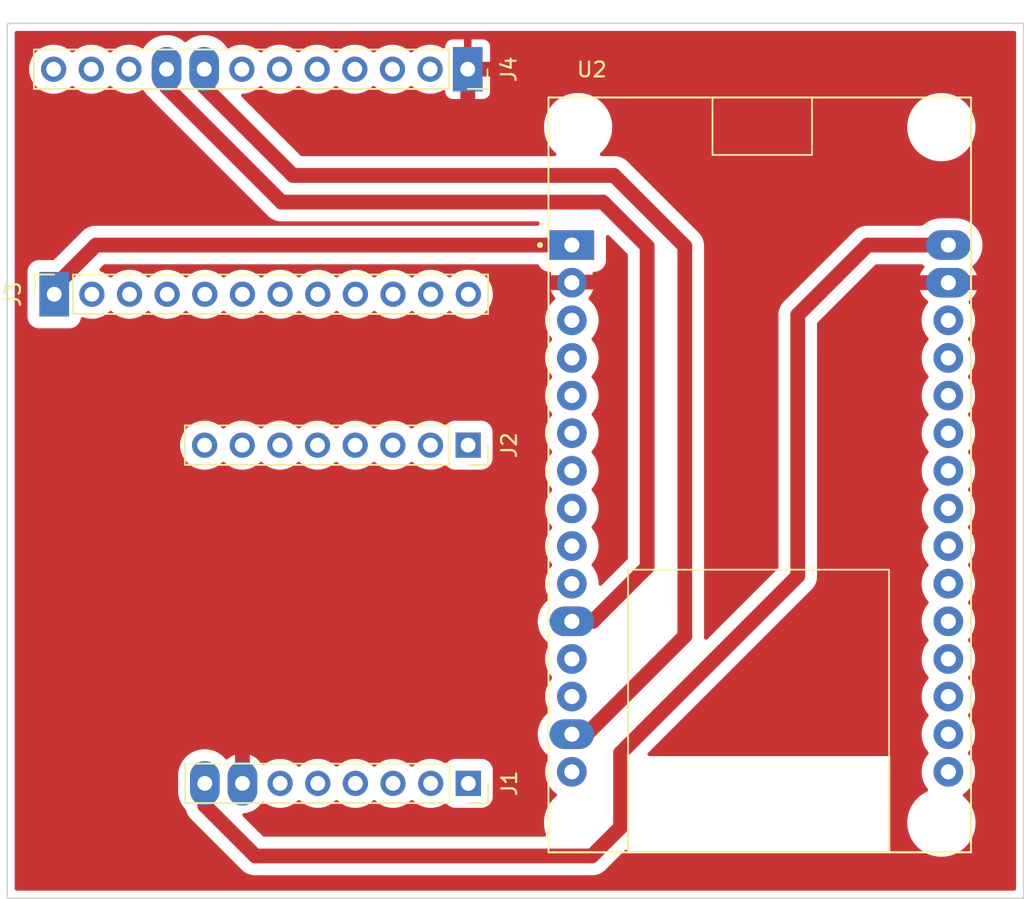
<source format=kicad_pcb>
(kicad_pcb (version 20211014) (generator pcbnew)
  (layers (0 "F.Cu" signal) (31 "B.Cu" signal) (34 "B.Paste" user) (35 "F.Paste" user) (36 "B.SilkS" user "B.Silkscreen") (37 "F.SilkS" user "F.Silkscreen") (38 "B.Mask" user) (39 "F.Mask" user) (44 "Edge.Cuts" user))
  (net 0 "")
  (net 1 "3.3V")
  (net 2 "SDA")
  (net 3 "SCL")
  (net 4 "GND")
  (net 21 "Vin")
  (footprint "ESP32-DEVKIT-V1:MODULE_ESP32_DEVKIT_V1" (layer "F.Cu") (at 93.98 57.280787)
    (fp_text reference "U2" (at -11.355 -27.36) (layer "F.SilkS"))
    (fp_text value "ESP32-DEVKIT-V1")
    (fp_line (start 8.78 25.475) (end 14.23 25.475) (layer "F.SilkS") (width 0.127))
    (fp_line (start -3.211 -25.475) (end 3.5 -25.475) (layer "F.SilkS") (width 0.127))
    (fp_line (start -8.91 25.475) (end 8.78 25.475) (layer "F.SilkS") (width 0.127))
    (fp_line (start -14.28 -25.475) (end 14.23 -25.475) (layer "F.SilkS") (width 0.127))
    (fp_line (start -14.28 -25.475) (end -3.211 -25.475) (layer "F.SilkS") (width 0.127))
    (fp_line (start -14.28 25.475) (end -8.91 25.475) (layer "F.SilkS") (width 0.127))
    (fp_line (start -14.28 25.475) (end -14.28 -25.475) (layer "F.SilkS") (width 0.127))
    (fp_line (start 3.5 -25.475) (end 14.23 -25.475) (layer "F.SilkS") (width 0.127))
    (fp_line (start -14.28 25.475) (end -14.28 -25.475) (layer "F.SilkS") (width 0.127))
    (fp_line (start 14.23 -25.475) (end 14.23 25.475) (layer "F.SilkS") (width 0.127))
    (fp_line (start 14.23 -25.475) (end 14.23 25.475) (layer "F.SilkS") (width 0.127))
    (fp_line (start 14.23 25.475) (end -14.28 25.475) (layer "F.SilkS") (width 0.127))
    (fp_rect (start -8.91 25.475) (end 8.7 6.4) (layer "F.SilkS") (width 0.12) (fill none))
    (fp_rect (start -3.211 -25.475) (end 3.5 -21.6) (layer "F.SilkS") (width 0.12) (fill none))
    (fp_circle (center -14.85 -15.515) (end -14.75 -15.515) (layer "F.SilkS") (width 0.2) (fill none))
    (pad "" np_thru_hole circle (at 12.23 -23.475) (size 3 3) (drill 3) (layers *.Cu *.Mask))
    (pad "" np_thru_hole circle (at 12.23 23.475) (size 3 3) (drill 3) (layers *.Cu *.Mask))
    (pad "" np_thru_hole circle (at -12.28 23.475) (size 3 3) (drill 3) (layers *.Cu *.Mask))
    (pad "" np_thru_hole circle (at -12.28 -23.475) (size 3 3) (drill 3) (layers *.Cu *.Mask))
    (pad "1" thru_hole rect (at -12.7 -15.515) (size 3 2) (drill 1.02) (layers *.Cu *.Mask) (net 1 "3.3V"))
    (pad "2" thru_hole circle (at -12.7 -12.975) (size 2 2) (drill 1.02) (layers *.Cu *.Mask) (net 4 "GND"))
    (pad "3" thru_hole circle (at -12.7 -10.435) (size 2 2) (drill 1.02) (layers *.Cu *.Mask))
    (pad "4" thru_hole circle (at -12.7 -7.895) (size 2 2) (drill 1.02) (layers *.Cu *.Mask))
    (pad "5" thru_hole circle (at -12.7 -5.355) (size 2 2) (drill 1.02) (layers *.Cu *.Mask))
    (pad "6" thru_hole circle (at -12.7 -2.815) (size 2 2) (drill 1.02) (layers *.Cu *.Mask))
    (pad "7" thru_hole circle (at -12.7 -0.275) (size 2 2) (drill 1.02) (layers *.Cu *.Mask))
    (pad "8" thru_hole circle (at -12.7 2.265) (size 2 2) (drill 1.02) (layers *.Cu *.Mask))
    (pad "9" thru_hole circle (at -12.7 4.805) (size 2 2) (drill 1.02) (layers *.Cu *.Mask))
    (pad "10" thru_hole circle (at -12.7 7.345) (size 2 2) (drill 1.02) (layers *.Cu *.Mask))
    (pad "11" thru_hole oval (at -12.7 9.885) (size 3 2) (drill 1.02) (layers *.Cu *.Mask) (net 2 "SDA"))
    (pad "12" thru_hole circle (at -12.7 12.425) (size 2 2) (drill 1.02) (layers *.Cu *.Mask))
    (pad "13" thru_hole circle (at -12.7 14.965) (size 2 2) (drill 1.02) (layers *.Cu *.Mask))
    (pad "14" thru_hole oval (at -12.7 17.505) (size 3 2) (drill 1.02) (layers *.Cu *.Mask) (net 3 "SCL"))
    (pad "15" thru_hole circle (at -12.7 20.045) (size 2 2) (drill 1.02) (layers *.Cu *.Mask))
    (pad "16" thru_hole circle (at 12.7 20.045) (size 2 2) (drill 1.02) (layers *.Cu *.Mask))
    (pad "17" thru_hole circle (at 12.7 17.505) (size 2 2) (drill 1.02) (layers *.Cu *.Mask))
    (pad "18" thru_hole circle (at 12.7 14.965) (size 2 2) (drill 1.02) (layers *.Cu *.Mask))
    (pad "19" thru_hole circle (at 12.7 12.425) (size 2 2) (drill 1.02) (layers *.Cu *.Mask))
    (pad "20" thru_hole circle (at 12.7 9.885) (size 2 2) (drill 1.02) (layers *.Cu *.Mask))
    (pad "21" thru_hole circle (at 12.7 7.345) (size 2 2) (drill 1.02) (layers *.Cu *.Mask))
    (pad "22" thru_hole circle (at 12.7 4.805) (size 2 2) (drill 1.02) (layers *.Cu *.Mask))
    (pad "23" thru_hole circle (at 12.7 2.265) (size 2 2) (drill 1.02) (layers *.Cu *.Mask))
    (pad "24" thru_hole circle (at 12.7 -0.275) (size 2 2) (drill 1.02) (layers *.Cu *.Mask))
    (pad "25" thru_hole circle (at 12.7 -2.815) (size 2 2) (drill 1.02) (layers *.Cu *.Mask))
    (pad "26" thru_hole circle (at 12.7 -5.355) (size 2 2) (drill 1.02) (layers *.Cu *.Mask))
    (pad "27" thru_hole circle (at 12.7 -7.895) (size 2 2) (drill 1.02) (layers *.Cu *.Mask))
    (pad "28" thru_hole circle (at 12.7 -10.435) (size 2 2) (drill 1.02) (layers *.Cu *.Mask))
    (pad "29" thru_hole oval (at 12.7 -12.975) (size 3 2) (drill 1.02) (layers *.Cu *.Mask) (net 4 "GND"))
    (pad "30" thru_hole oval (at 12.7 -15.515) (size 3 2) (drill 1.02) (layers *.Cu *.Mask) (net 21 "Vin"))
    (zone (net 0) (net_name "") (layer "F.Cu") (connect_pads (clearance 0)) (min_thickness 0.01)
      (keepout (tracks not_allowed) (vias not_allowed) (pads not_allowed) (copperpour not_allowed) (footprints allowed))
      (fill (thermal_gap 0.508) (thermal_bridge_width 0.508))
      (polygon (pts (xy 85.07 76.265787) (xy 102.76 76.265787) (xy 102.76 82.755787) (xy 85.07 82.755787)))
    )
  )
  (footprint "Connector_PinSocket_2.54mm:PinSocket_1x12_P2.54mm_Vertical" (layer "F.Cu") (at 74.255 29.895 -90)
    (fp_text reference "J4" (at 0 -2.77 90) (layer "F.SilkS"))
    (fp_text value "Conn_01x12")
    (fp_line (start 1.33 -1.33) (end 1.33 0) (layer "F.SilkS") (width 0.12))
    (fp_line (start 0 -1.33) (end 1.33 -1.33) (layer "F.SilkS") (width 0.12))
    (fp_line (start -1.33 1.27) (end -1.33 29.27) (layer "F.SilkS") (width 0.12))
    (fp_line (start -1.33 29.27) (end 1.33 29.27) (layer "F.SilkS") (width 0.12))
    (fp_line (start -1.33 1.27) (end 1.33 1.27) (layer "F.SilkS") (width 0.12))
    (fp_line (start 1.33 1.27) (end 1.33 29.27) (layer "F.SilkS") (width 0.12))
    (pad "1" thru_hole rect (at 0 0 270) (size 3 2) (drill 1) (layers *.Cu *.Mask) (net 4 "GND"))
    (pad "2" thru_hole oval (at 0 2.54 270) (size 1.7 1.7) (drill 1) (layers *.Cu *.Mask))
    (pad "3" thru_hole oval (at 0 5.08 270) (size 1.7 1.7) (drill 1) (layers *.Cu *.Mask))
    (pad "4" thru_hole oval (at 0 7.62 270) (size 1.7 1.7) (drill 1) (layers *.Cu *.Mask))
    (pad "5" thru_hole oval (at 0 10.16 270) (size 1.7 1.7) (drill 1) (layers *.Cu *.Mask))
    (pad "6" thru_hole oval (at 0 12.7 270) (size 1.7 1.7) (drill 1) (layers *.Cu *.Mask))
    (pad "7" thru_hole oval (at 0 15.24 270) (size 1.7 1.7) (drill 1) (layers *.Cu *.Mask))
    (pad "8" thru_hole oval (at 0 17.78 270) (size 3 2) (drill 1) (layers *.Cu *.Mask) (net 3 "SCL"))
    (pad "9" thru_hole oval (at 0 20.32 270) (size 3 2) (drill 1) (layers *.Cu *.Mask) (net 2 "SDA"))
    (pad "10" thru_hole oval (at 0 22.86 270) (size 1.7 1.7) (drill 1) (layers *.Cu *.Mask))
    (pad "11" thru_hole oval (at 0 25.4 270) (size 1.7 1.7) (drill 1) (layers *.Cu *.Mask))
    (pad "12" thru_hole oval (at 0 27.94 270) (size 1.7 1.7) (drill 1) (layers *.Cu *.Mask))
  )
  (footprint "Connector_PinSocket_2.54mm:PinSocket_1x08_P2.54mm_Vertical" (layer "F.Cu") (at 74.28 55.273787 -90)
    (fp_text reference "J2" (at 0 -2.77 90) (layer "F.SilkS"))
    (fp_text value "Conn_01x08")
    (fp_line (start 0 -1.33) (end 1.33 -1.33) (layer "F.SilkS") (width 0.12))
    (fp_line (start 1.33 -1.33) (end 1.33 0) (layer "F.SilkS") (width 0.12))
    (fp_line (start 1.33 1.27) (end 1.33 19.11) (layer "F.SilkS") (width 0.12))
    (fp_line (start -1.33 1.27) (end -1.33 19.11) (layer "F.SilkS") (width 0.12))
    (fp_line (start -1.33 1.27) (end 1.33 1.27) (layer "F.SilkS") (width 0.12))
    (fp_line (start -1.33 19.11) (end 1.33 19.11) (layer "F.SilkS") (width 0.12))
    (pad "1" thru_hole rect (at 0 0 270) (size 1.7 1.7) (drill 1) (layers *.Cu *.Mask))
    (pad "2" thru_hole oval (at 0 2.54 270) (size 1.7 1.7) (drill 1) (layers *.Cu *.Mask))
    (pad "3" thru_hole oval (at 0 5.08 270) (size 1.7 1.7) (drill 1) (layers *.Cu *.Mask))
    (pad "4" thru_hole oval (at 0 7.62 270) (size 1.7 1.7) (drill 1) (layers *.Cu *.Mask))
    (pad "5" thru_hole oval (at 0 10.16 270) (size 1.7 1.7) (drill 1) (layers *.Cu *.Mask))
    (pad "6" thru_hole oval (at 0 12.7 270) (size 1.7 1.7) (drill 1) (layers *.Cu *.Mask))
    (pad "7" thru_hole oval (at 0 15.24 270) (size 1.7 1.7) (drill 1) (layers *.Cu *.Mask))
    (pad "8" thru_hole oval (at 0 17.78 270) (size 1.7 1.7) (drill 1) (layers *.Cu *.Mask))
  )
  (footprint "Connector_PinSocket_2.54mm:PinSocket_1x12_P2.54mm_Vertical" (layer "F.Cu") (at 46.355 45.085 90)
    (fp_text reference "J3" (at 0 -2.77 90) (layer "F.SilkS"))
    (fp_text value "Conn_01x12")
    (fp_line (start -1.33 1.27) (end 1.33 1.27) (layer "F.SilkS") (width 0.12))
    (fp_line (start 1.33 1.27) (end 1.33 29.27) (layer "F.SilkS") (width 0.12))
    (fp_line (start 1.33 -1.33) (end 1.33 0) (layer "F.SilkS") (width 0.12))
    (fp_line (start -1.33 1.27) (end -1.33 29.27) (layer "F.SilkS") (width 0.12))
    (fp_line (start -1.33 29.27) (end 1.33 29.27) (layer "F.SilkS") (width 0.12))
    (fp_line (start 0 -1.33) (end 1.33 -1.33) (layer "F.SilkS") (width 0.12))
    (pad "1" thru_hole rect (at 0 0 90) (size 3 2) (drill 1) (layers *.Cu *.Mask) (net 1 "3.3V"))
    (pad "2" thru_hole oval (at 0 2.54 90) (size 1.7 1.7) (drill 1) (layers *.Cu *.Mask))
    (pad "3" thru_hole oval (at 0 5.08 90) (size 1.7 1.7) (drill 1) (layers *.Cu *.Mask))
    (pad "4" thru_hole oval (at 0 7.62 90) (size 1.7 1.7) (drill 1) (layers *.Cu *.Mask))
    (pad "5" thru_hole oval (at 0 10.16 90) (size 1.7 1.7) (drill 1) (layers *.Cu *.Mask))
    (pad "6" thru_hole oval (at 0 12.7 90) (size 1.7 1.7) (drill 1) (layers *.Cu *.Mask))
    (pad "7" thru_hole oval (at 0 15.24 90) (size 1.7 1.7) (drill 1) (layers *.Cu *.Mask))
    (pad "8" thru_hole oval (at 0 17.78 90) (size 1.7 1.7) (drill 1) (layers *.Cu *.Mask))
    (pad "9" thru_hole oval (at 0 20.32 90) (size 1.7 1.7) (drill 1) (layers *.Cu *.Mask))
    (pad "10" thru_hole oval (at 0 22.86 90) (size 1.7 1.7) (drill 1) (layers *.Cu *.Mask))
    (pad "11" thru_hole oval (at 0 25.4 90) (size 1.7 1.7) (drill 1) (layers *.Cu *.Mask))
    (pad "12" thru_hole oval (at 0 27.94 90) (size 1.7 1.7) (drill 1) (layers *.Cu *.Mask))
  )
  (footprint "Connector_PinSocket_2.54mm:PinSocket_1x08_P2.54mm_Vertical" (layer "F.Cu") (at 74.295 78.105 -90)
    (fp_text reference "J1" (at 0 -2.77 90) (layer "F.SilkS"))
    (fp_text value "Conn_01x08")
    (fp_line (start 0 -1.33) (end 1.33 -1.33) (layer "F.SilkS") (width 0.12))
    (fp_line (start 1.33 -1.33) (end 1.33 0) (layer "F.SilkS") (width 0.12))
    (fp_line (start -1.33 19.11) (end 1.33 19.11) (layer "F.SilkS") (width 0.12))
    (fp_line (start -1.33 1.27) (end 1.33 1.27) (layer "F.SilkS") (width 0.12))
    (fp_line (start -1.33 1.27) (end -1.33 19.11) (layer "F.SilkS") (width 0.12))
    (fp_line (start 1.33 1.27) (end 1.33 19.11) (layer "F.SilkS") (width 0.12))
    (pad "1" thru_hole rect (at 0 0 270) (size 1.7 1.7) (drill 1) (layers *.Cu *.Mask))
    (pad "2" thru_hole oval (at 0 2.54 270) (size 1.7 1.7) (drill 1) (layers *.Cu *.Mask))
    (pad "3" thru_hole oval (at 0 5.08 270) (size 1.7 1.7) (drill 1) (layers *.Cu *.Mask))
    (pad "4" thru_hole oval (at 0 7.62 270) (size 1.7 1.7) (drill 1) (layers *.Cu *.Mask))
    (pad "5" thru_hole oval (at 0 10.16 270) (size 1.7 1.7) (drill 1) (layers *.Cu *.Mask))
    (pad "6" thru_hole oval (at 0 12.7 270) (size 1.7 1.7) (drill 1) (layers *.Cu *.Mask))
    (pad "7" thru_hole oval (at 0 15.24 270) (size 3 2) (drill 1) (layers *.Cu *.Mask) (net 4 "GND"))
    (pad "8" thru_hole oval (at 0 17.78 270) (size 3 2) (drill 1) (layers *.Cu *.Mask) (net 21 "Vin"))
  )
  (gr_rect (start 43.18 26.800787) (end 111.76 85.855787) (layer "Edge.Cuts") (width 0.1) (fill none))
  (segment (start 46.355 44.585) (end 46.355 45.085) (width 1) (layer "F.Cu") (net 1))
  (segment (start 81.28 41.765787) (end 49.174213 41.765787) (width 1) (layer "F.Cu") (net 1))
  (segment (start 49.174213 41.765787) (end 46.355 44.585) (width 1) (layer "F.Cu") (net 1))
  (segment (start 83.379022 38.865787) (end 61.693775 38.865787) (width 1) (layer "F.Cu") (net 2))
  (segment (start 86.36 41.846765) (end 83.379022 38.865787) (width 1) (layer "F.Cu") (net 2))
  (segment (start 61.693775 38.865787) (end 53.935 31.107012) (width 1) (layer "F.Cu") (net 2))
  (segment (start 86.36 63.5) (end 86.36 41.846765) (width 1) (layer "F.Cu") (net 2))
  (segment (start 81.28 67.165787) (end 82.694213 67.165787) (width 1) (layer "F.Cu") (net 2))
  (segment (start 82.694213 67.165787) (end 86.36 63.5) (width 1) (layer "F.Cu") (net 2))
  (segment (start 53.935 31.107012) (end 53.935 29.895) (width 1) (layer "F.Cu") (net 2))
  (segment (start 62.466267 37.066267) (end 56.475 31.075) (width 1) (layer "F.Cu") (net 3))
  (segment (start 88.9 68.16063) (end 88.9 41.841859) (width 1) (layer "F.Cu") (net 3))
  (segment (start 88.9 41.841859) (end 84.124408 37.066267) (width 1) (layer "F.Cu") (net 3))
  (segment (start 82.274843 74.785787) (end 88.9 68.16063) (width 1) (layer "F.Cu") (net 3))
  (segment (start 56.475 29.112289) (end 56.475 29.895) (width 1) (layer "F.Cu") (net 3))
  (segment (start 56.475 31.075) (end 56.475 29.895) (width 1) (layer "F.Cu") (net 3))
  (segment (start 81.28 74.785787) (end 82.274843 74.785787) (width 1) (layer "F.Cu") (net 3))
  (segment (start 84.124408 37.066267) (end 62.466267 37.066267) (width 1) (layer "F.Cu") (net 3))
  (segment (start 81.28 44.305787) (end 79.1 44.305787) (width 1) (layer "F.Cu") (net 4))
  (segment (start 106.68 44.305787) (end 108.86 44.305787) (width 1) (layer "F.Cu") (net 4))
  (segment (start 59.055 78.105) (end 59.055 75.565) (width 1) (layer "F.Cu") (net 4))
  (segment (start 74.255 29.895) (end 74.255 32.98) (width 1) (layer "F.Cu") (net 4))
  (segment (start 106.68 44.305787) (end 104.415 44.305787) (width 1) (layer "F.Cu") (net 4))
  (segment (start 74.255 29.895) (end 74.275 29.895) (width 1) (layer "F.Cu") (net 4))
  (segment (start 74.255 29.895) (end 76.785 29.895) (width 1) (layer "F.Cu") (net 4))
  (segment (start 76.785 29.895) (end 76.835 29.845) (width 1) (layer "F.Cu") (net 4))
  (segment (start 81.320489 44.265298) (end 83.82 44.265298) (width 1) (layer "F.Cu") (net 4))
  (segment (start 81.28 44.305787) (end 81.320489 44.265298) (width 1) (layer "F.Cu") (net 4))
  (segment (start 59.920453 83.005308) (end 56.515 79.599855) (width 1) (layer "F.Cu") (net 21))
  (segment (start 96.52 64.108651) (end 84.56998 76.058671) (width 1) (layer "F.Cu") (net 21))
  (segment (start 82.631783 83.005308) (end 59.920453 83.005308) (width 1) (layer "F.Cu") (net 21))
  (segment (start 101.24 41.765787) (end 96.52 46.485787) (width 1) (layer "F.Cu") (net 21))
  (segment (start 96.52 46.485787) (end 96.52 64.108651) (width 1) (layer "F.Cu") (net 21))
  (segment (start 106.68 41.765787) (end 101.24 41.765787) (width 1) (layer "F.Cu") (net 21))
  (segment (start 84.56998 76.058671) (end 84.56998 81.067111) (width 1) (layer "F.Cu") (net 21))
  (segment (start 56.515 79.599855) (end 56.515 78.105) (width 1) (layer "F.Cu") (net 21))
  (segment (start 84.56998 81.067111) (end 82.631783 83.005308) (width 1) (layer "F.Cu") (net 21))
  (zone (net 4) (net_name "GND") (layer "F.Cu") (connect_pads (clearance 0.508)) (min_thickness 0.254) (fill yes (thermal_gap 0.508) (thermal_bridge_width 0.508))
    (polygon (pts (xy 111.76 85.725) (xy 43.18 85.725) (xy 43.18 26.67) (xy 111.76 26.67)))
  )
)
</source>
